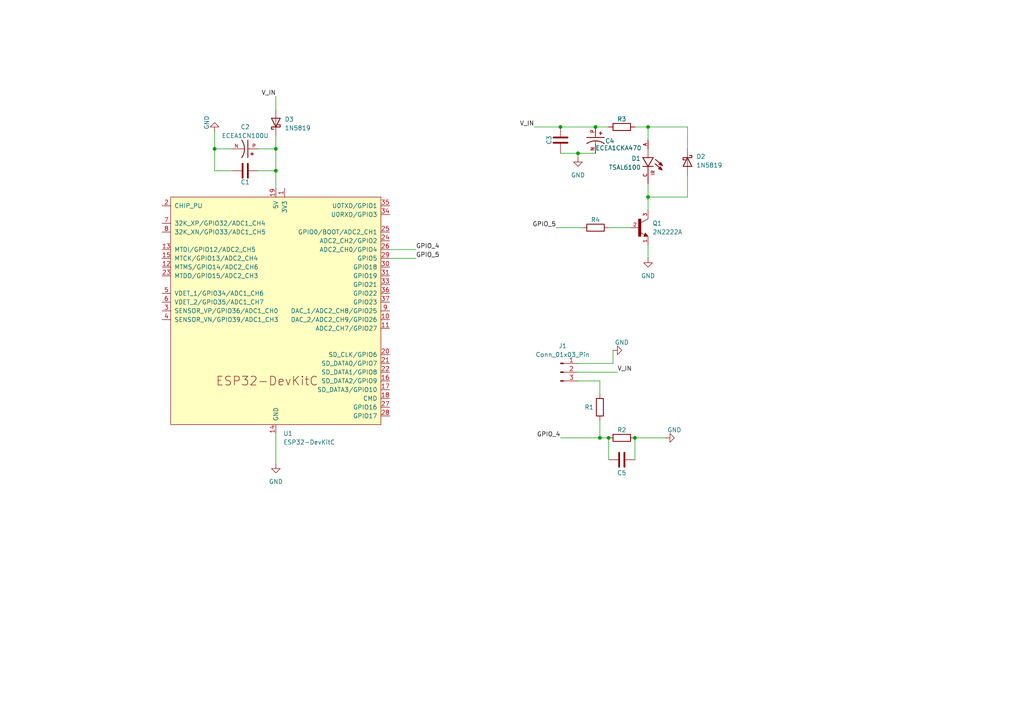
<source format=kicad_sch>
(kicad_sch (version 20250114) (generator "eeschema") (generator_version "9.0")
  (paper "A4")
  (title_block (title "SmartAC_ESP32_Controller") (date "2025-10-20") (rev "v1") (company "cocot3ro"))
  (lib_symbols
    (symbol "2N2222A:2N2222A" (pin_names (offset 1.016))
      (property "Reference" "Q" (at -10.16 7.62 0))
      (property "Value" "2N2222A" (at -10.16 -7.62 0))
      (symbol "2N2222A_0_0"
        (rectangle (start -0.254 -2.54) (end 0.508 2.54) (stroke (width 0.1)) (fill (type outline)))
        (polyline (pts (xy 1.27 -2.54) (xy 1.778 -1.524) (xy 2.54 -2.54) (xy 1.27 -2.54)) (stroke (width 0.1524)) (fill (type outline)))
        (polyline (pts (xy 1.54 -2.04) (xy 0.308 -1.424)) (stroke (width 0.1524)))
        (polyline (pts (xy 2.54 2.54) (xy 0.508 1.524)) (stroke (width 0.1524)))
        (pin passive line (at -2.54 0 0) (length 2.54) (name "~") (number "2"))
        (pin passive line (at 2.54 5.08 270) (length 2.54) (name "~") (number "3"))
        (pin passive line (at 2.54 -5.08 90) (length 2.54) (name "~") (number "1"))
      )
    )
    (symbol "Connector:Conn_01x03_Pin" (pin_names (offset 1.016) (hide yes))
      (property "Reference" "J" (at 0 5.08 0))
      (property "Value" "Conn_01x03_Pin" (at 0 -5.08 0))
      (symbol "Conn_01x03_Pin_1_1"
        (rectangle (start 0.8636 2.667) (end 0 2.413) (stroke (width 0.1524)) (fill (type outline)))
        (rectangle (start 0.8636 0.127) (end 0 -0.127) (stroke (width 0.1524)) (fill (type outline)))
        (rectangle (start 0.8636 -2.413) (end 0 -2.667) (stroke (width 0.1524)) (fill (type outline)))
        (polyline (pts (xy 1.27 2.54) (xy 0.8636 2.54)) (stroke (width 0.1524)))
        (polyline (pts (xy 1.27 0) (xy 0.8636 0)) (stroke (width 0.1524)))
        (polyline (pts (xy 1.27 -2.54) (xy 0.8636 -2.54)) (stroke (width 0.1524)))
        (pin passive line (at 5.08 2.54 180) (length 3.81) (name "Pin_1") (number "1"))
        (pin passive line (at 5.08 0 180) (length 3.81) (name "Pin_2") (number "2"))
        (pin passive line (at 5.08 -2.54 180) (length 3.81) (name "Pin_3") (number "3"))
      )
    )
    (symbol "Device:C" (pin_numbers (hide yes)) (pin_names (offset 0.254))
      (property "Reference" "C" (at 0.635 2.54 0))
      (property "Value" "C" (at 0.635 -2.54 0))
      (symbol "C_0_1"
        (polyline (pts (xy -2.032 0.762) (xy 2.032 0.762)) (stroke (width 0.508)))
        (polyline (pts (xy -2.032 -0.762) (xy 2.032 -0.762)) (stroke (width 0.508)))
      )
      (symbol "C_1_1"
        (pin passive line (at 0 3.81 270) (length 2.794) (name "~") (number "1"))
        (pin passive line (at 0 -3.81 90) (length 2.794) (name "~") (number "2"))
      )
    )
    (symbol "Device:R" (pin_numbers (hide yes)) (pin_names (offset 0))
      (property "Reference" "R" (at 2.032 0 90))
      (property "Value" "R" (at 0 0 90))
      (symbol "R_0_1"
        (rectangle (start -1.016 -2.54) (end 1.016 2.54) (stroke (width 0.254)))
      )
      (symbol "R_1_1"
        (pin passive line (at 0 3.81 270) (length 1.27) (name "~") (number "1"))
        (pin passive line (at 0 -3.81 90) (length 1.27) (name "~") (number "2"))
      )
    )
    (symbol "Diode:1N5819" (pin_numbers (hide yes)) (pin_names (offset 1.016) (hide yes))
      (property "Reference" "D" (at 0 2.54 0))
      (property "Value" "1N5819" (at 0 -2.54 0))
      (symbol "1N5819_0_1"
        (polyline (pts (xy -1.905 0.635) (xy -1.905 1.27) (xy -1.27 1.27) (xy -1.27 -1.27) (xy -0.635 -1.27) (xy -0.635 -0.635)) (stroke (width 0.254)))
        (polyline (pts (xy 1.27 1.27) (xy 1.27 -1.27) (xy -1.27 0) (xy 1.27 1.27)) (stroke (width 0.254)))
        (polyline (pts (xy 1.27 0) (xy -1.27 0)))
      )
      (symbol "1N5819_1_1"
        (pin passive line (at -3.81 0 0) (length 2.54) (name "K") (number "1"))
        (pin passive line (at 3.81 0 180) (length 2.54) (name "A") (number "2"))
      )
    )
    (symbol "ECEA1CKA470:ECEA1CKA470" (pin_names (offset 1.016))
      (property "Reference" "C" (at -2.54 3.81 0))
      (property "Value" "ECEA1CKA470" (at -2.54 -5.08 0))
      (symbol "ECEA1CKA470_0_0"
        (rectangle (start -1.173 -1.532) (end -0.284 -1.405) (stroke (width 0.1)) (fill (type outline)))
        (rectangle (start -0.792 -1.913) (end -0.665 -1.024) (stroke (width 0.1)) (fill (type outline)))
        (polyline (pts (xy 0 0) (xy 0.508 0)) (stroke (width 0.1524)))
        (polyline (pts (xy 0.508 2.54) (xy 0.508 0)) (stroke (width 0.254)))
        (polyline (pts (xy 0.508 0) (xy 0.508 -2.54)) (stroke (width 0.254)))
        (polyline (pts (xy 2.54 0) (xy 1.524 0)) (stroke (width 0.1524)))
        (arc (start 2.286 -2.54) (mid 1.4851 0) (end 2.286 2.54) (stroke (width 0.254)))
        (pin passive line (at -2.54 0 0) (length 2.54) (name "~") (number "P"))
        (pin passive line (at 5.08 0 180) (length 2.54) (name "~") (number "N"))
      )
    )
    (symbol "ECEA1CN100U:ECEA1CN100U" (pin_names (offset 1.016))
      (property "Reference" "C" (at -2.54 3.81 0))
      (property "Value" "ECEA1CN100U" (at -2.54 -5.08 0))
      (symbol "ECEA1CN100U_0_0"
        (rectangle (start -1.173 -1.532) (end -0.284 -1.405) (stroke (width 0.1)) (fill (type outline)))
        (rectangle (start -0.792 -1.913) (end -0.665 -1.024) (stroke (width 0.1)) (fill (type outline)))
        (polyline (pts (xy 0 0) (xy 0.508 0)) (stroke (width 0.1524)))
        (polyline (pts (xy 0.508 2.54) (xy 0.508 0)) (stroke (width 0.254)))
        (polyline (pts (xy 0.508 0) (xy 0.508 -2.54)) (stroke (width 0.254)))
        (polyline (pts (xy 2.54 0) (xy 1.524 0)) (stroke (width 0.1524)))
        (arc (start 2.286 -2.54) (mid 1.4851 0) (end 2.286 2.54) (stroke (width 0.254)))
        (pin passive line (at -2.54 0 0) (length 2.54) (name "~") (number "P"))
        (pin passive line (at 5.08 0 180) (length 2.54) (name "~") (number "N"))
      )
    )
    (symbol "PCM_Espressif:ESP32-DevKitC" (pin_names (offset 1.016))
      (property "Reference" "U" (at -30.48 38.1 0))
      (property "Value" "ESP32-DevKitC" (at -30.48 35.56 0))
      (symbol "ESP32-DevKitC_0_0"
        (text "ESP32-DevKitC" (at -2.54 -20.32 0) (effects (font (size 2.54 2.54))))
        (pin power_in line (at 0 35.56 270) (length 2.54) (name "5V") (number "19"))
        (pin power_in line (at 0 -35.56 90) (length 2.54) (name "GND") (number "14"))
      )
      (symbol "ESP32-DevKitC_0_1"
        (rectangle (start -30.48 33.02) (end 30.48 -33.02) (fill (type background)))
      )
      (symbol "ESP32-DevKitC_1_1"
        (pin input line (at -33.02 30.48 0) (length 2.54) (name "CHIP_PU") (number "2"))
        (pin bidirectional line (at -33.02 25.4 0) (length 2.54) (name "32K_XP/GPIO32/ADC1_CH4") (number "7"))
        (pin bidirectional line (at -33.02 22.86 0) (length 2.54) (name "32K_XN/GPIO33/ADC1_CH5") (number "8"))
        (pin bidirectional line (at -33.02 17.78 0) (length 2.54) (name "MTDI/GPIO12/ADC2_CH5") (number "13"))
        (pin bidirectional line (at -33.02 15.24 0) (length 2.54) (name "MTCK/GPIO13/ADC2_CH4") (number "15"))
        (pin bidirectional line (at -33.02 12.7 0) (length 2.54) (name "MTMS/GPIO14/ADC2_CH6") (number "12"))
        (pin bidirectional line (at -33.02 10.16 0) (length 2.54) (name "MTDO/GPIO15/ADC2_CH3") (number "23"))
        (pin input line (at -33.02 5.08 0) (length 2.54) (name "VDET_1/GPIO34/ADC1_CH6") (number "5"))
        (pin input line (at -33.02 2.54 0) (length 2.54) (name "VDET_2/GPIO35/ADC1_CH7") (number "6"))
        (pin input line (at -33.02 0 0) (length 2.54) (name "SENSOR_VP/GPIO36/ADC1_CH0") (number "3"))
        (pin input line (at -33.02 -2.54 0) (length 2.54) (name "SENSOR_VN/GPIO39/ADC1_CH3") (number "4"))
        (pin passive line (at 0 -35.56 90) (length 2.54) (hide yes) (name "GND") (number "32"))
        (pin passive line (at 0 -35.56 90) (length 2.54) (hide yes) (name "GND") (number "38"))
        (pin power_in line (at 2.54 35.56 270) (length 2.54) (name "3V3") (number "1"))
        (pin bidirectional line (at 33.02 30.48 180) (length 2.54) (name "U0TXD/GPIO1") (number "35"))
        (pin bidirectional line (at 33.02 27.94 180) (length 2.54) (name "U0RXD/GPIO3") (number "34"))
        (pin bidirectional line (at 33.02 22.86 180) (length 2.54) (name "GPIO0/BOOT/ADC2_CH1") (number "25"))
        (pin bidirectional line (at 33.02 20.32 180) (length 2.54) (name "ADC2_CH2/GPIO2") (number "24"))
        (pin bidirectional line (at 33.02 17.78 180) (length 2.54) (name "ADC2_CH0/GPIO4") (number "26"))
        (pin bidirectional line (at 33.02 15.24 180) (length 2.54) (name "GPIO5") (number "29"))
        (pin bidirectional line (at 33.02 12.7 180) (length 2.54) (name "GPIO18") (number "30"))
        (pin bidirectional line (at 33.02 10.16 180) (length 2.54) (name "GPIO19") (number "31"))
        (pin bidirectional line (at 33.02 7.62 180) (length 2.54) (name "GPIO21") (number "33"))
        (pin bidirectional line (at 33.02 5.08 180) (length 2.54) (name "GPIO22") (number "36"))
        (pin bidirectional line (at 33.02 2.54 180) (length 2.54) (name "GPIO23") (number "37"))
        (pin bidirectional line (at 33.02 0 180) (length 2.54) (name "DAC_1/ADC2_CH8/GPIO25") (number "9"))
        (pin bidirectional line (at 33.02 -2.54 180) (length 2.54) (name "DAC_2/ADC2_CH9/GPIO26") (number "10"))
        (pin bidirectional line (at 33.02 -5.08 180) (length 2.54) (name "ADC2_CH7/GPIO27") (number "11"))
        (pin bidirectional line (at 33.02 -12.7 180) (length 2.54) (name "SD_CLK/GPIO6") (number "20"))
        (pin bidirectional line (at 33.02 -15.24 180) (length 2.54) (name "SD_DATA0/GPIO7") (number "21"))
        (pin bidirectional line (at 33.02 -17.78 180) (length 2.54) (name "SD_DATA1/GPIO8") (number "22"))
        (pin bidirectional line (at 33.02 -20.32 180) (length 2.54) (name "SD_DATA2/GPIO9") (number "16"))
        (pin bidirectional line (at 33.02 -22.86 180) (length 2.54) (name "SD_DATA3/GPIO10") (number "17"))
        (pin bidirectional line (at 33.02 -25.4 180) (length 2.54) (name "CMD") (number "18"))
        (pin bidirectional line (at 33.02 -27.94 180) (length 2.54) (name "GPIO16") (number "27"))
        (pin bidirectional line (at 33.02 -30.48 180) (length 2.54) (name "GPIO17") (number "28"))
      )
    )
    (symbol "TSAL6100:TSAL6100" (pin_names (offset 1.016))
      (property "Reference" "D" (at -3.556 4.826 0))
      (property "Value" "TSAL6100" (at -3.556 -3.302 0))
      (symbol "TSAL6100_0_0"
        (polyline (pts (xy -2.54 1.524) (xy -2.54 0)) (stroke (width 0.254)))
        (polyline (pts (xy -2.54 0) (xy -5.08 0)) (stroke (width 0.1524)))
        (polyline (pts (xy -2.54 0) (xy -2.54 -1.524)) (stroke (width 0.254)))
        (polyline (pts (xy -2.54 -1.524) (xy 0 0)) (stroke (width 0.254)))
        (polyline (pts (xy -1.1176 3.683) (xy -0.2286 4.1656)) (stroke (width 0.254)))
        (polyline (pts (xy -0.9398 3.6068) (xy -0.7112 3.7592)) (stroke (width 0.254)))
        (polyline (pts (xy -0.5588 3.2004) (xy -1.1176 3.683)) (stroke (width 0.254)))
        (polyline (pts (xy -0.5588 3.2004) (xy -0.5334 3.937)) (stroke (width 0.254)))
        (polyline (pts (xy -0.5334 3.937) (xy -0.6604 3.937)) (stroke (width 0.254)))
        (polyline (pts (xy -0.2286 4.1656) (xy -2.0066 2.1336)) (stroke (width 0.254)))
        (polyline (pts (xy -0.2286 4.1656) (xy -0.5588 3.2004)) (stroke (width 0.254)))
        (polyline (pts (xy 0 1.524) (xy 0 -1.524)) (stroke (width 0.254)))
        (polyline (pts (xy 0 0) (xy -2.54 1.524)) (stroke (width 0.254)))
        (polyline (pts (xy 0.127 3.5814) (xy 1.016 4.064)) (stroke (width 0.254)))
        (polyline (pts (xy 0.3048 3.5052) (xy 0.5334 3.6576)) (stroke (width 0.254)))
        (polyline (pts (xy 0.6858 3.0988) (xy 0.127 3.5814)) (stroke (width 0.254)))
        (polyline (pts (xy 0.6858 3.0988) (xy 0.7112 3.8354)) (stroke (width 0.254)))
        (polyline (pts (xy 0.7112 3.8354) (xy 0.5842 3.8354)) (stroke (width 0.254)))
        (polyline (pts (xy 1.016 4.064) (xy -0.762 2.032)) (stroke (width 0.254)))
        (polyline (pts (xy 1.016 4.064) (xy 0.6858 3.0988)) (stroke (width 0.254)))
        (text "IR" (at 1.016 2.032 0) (effects (font (size 1.016 1.016)) (justify left bottom)))
        (pin passive line (at -7.62 0 0) (length 2.54) (name "~") (number "A"))
        (pin passive line (at 5.08 0 180) (length 5.08) (name "~") (number "C"))
      )
    )
    (symbol "power:GND" (power) (pin_numbers (hide yes)) (pin_names (offset 0) (hide yes))
      (property "Value" "GND" (at 0 -3.81 0))
      (symbol "GND_0_1"
        (polyline (pts (xy 0 0) (xy 0 -1.27) (xy 1.27 -1.27) (xy 0 -2.54) (xy -1.27 -1.27) (xy 0 -1.27)))
      )
      (symbol "GND_1_1"
        (pin power_in line (at 0 0 270) (length 0) (name "~") (number "1"))
      )
    )
  )
  (junction (at 167.64 44.45))
  (junction (at 62.23 43.18))
  (junction (at 172.72 36.83))
  (junction (at 176.53 127))
  (junction (at 162.56 36.83))
  (junction (at 80.01 43.18))
  (junction (at 80.01 49.53))
  (junction (at 173.99 127))
  (junction (at 187.96 57.15))
  (junction (at 184.15 127))
  (junction (at 187.96 36.83))
  (wire (pts (xy 80.01 27.94) (xy 80.01 31.75)))
  (wire (pts (xy 167.64 44.45) (xy 172.72 44.45)))
  (wire (pts (xy 199.39 43.18) (xy 199.39 36.83)))
  (wire (pts (xy 120.65 72.39) (xy 113.03 72.39)))
  (wire (pts (xy 62.23 49.53) (xy 67.31 49.53)))
  (wire (pts (xy 162.56 36.83) (xy 172.72 36.83)))
  (wire (pts (xy 80.01 134.62) (xy 80.01 125.73)))
  (wire (pts (xy 62.23 43.18) (xy 67.31 43.18)))
  (wire (pts (xy 173.99 110.49) (xy 167.64 110.49)))
  (wire (pts (xy 80.01 43.18) (xy 80.01 49.53)))
  (wire (pts (xy 173.99 121.92) (xy 173.99 127)))
  (wire (pts (xy 173.99 114.3) (xy 173.99 110.49)))
  (wire (pts (xy 184.15 36.83) (xy 187.96 36.83)))
  (wire (pts (xy 167.64 45.72) (xy 167.64 44.45)))
  (wire (pts (xy 187.96 57.15) (xy 199.39 57.15)))
  (wire (pts (xy 120.65 74.93) (xy 113.03 74.93)))
  (wire (pts (xy 173.99 127) (xy 176.53 127)))
  (wire (pts (xy 62.23 43.18) (xy 62.23 49.53)))
  (wire (pts (xy 80.01 39.37) (xy 80.01 43.18)))
  (wire (pts (xy 154.94 36.83) (xy 162.56 36.83)))
  (wire (pts (xy 80.01 49.53) (xy 80.01 54.61)))
  (wire (pts (xy 177.8 101.6) (xy 177.8 105.41)))
  (wire (pts (xy 162.56 127) (xy 173.99 127)))
  (wire (pts (xy 199.39 57.15) (xy 199.39 50.8)))
  (wire (pts (xy 176.53 66.04) (xy 182.88 66.04)))
  (wire (pts (xy 167.64 107.95) (xy 179.07 107.95)))
  (wire (pts (xy 167.64 105.41) (xy 177.8 105.41)))
  (wire (pts (xy 187.96 71.12) (xy 187.96 74.93)))
  (wire (pts (xy 187.96 36.83) (xy 187.96 40.64)))
  (wire (pts (xy 193.04 127) (xy 184.15 127)))
  (wire (pts (xy 62.23 38.1) (xy 62.23 43.18)))
  (wire (pts (xy 187.96 53.34) (xy 187.96 57.15)))
  (wire (pts (xy 74.93 43.18) (xy 80.01 43.18)))
  (wire (pts (xy 172.72 36.83) (xy 176.53 36.83)))
  (wire (pts (xy 161.29 66.04) (xy 168.91 66.04)))
  (wire (pts (xy 162.56 44.45) (xy 167.64 44.45)))
  (wire (pts (xy 184.15 133.35) (xy 184.15 127)))
  (wire (pts (xy 187.96 36.83) (xy 199.39 36.83)))
  (wire (pts (xy 176.53 133.35) (xy 176.53 127)))
  (wire (pts (xy 187.96 57.15) (xy 187.96 60.96)))
  (wire (pts (xy 74.93 49.53) (xy 80.01 49.53)))
  (label "GPIO_4" (at 162.56 127 180))
  (label "GPIO_5" (at 161.29 66.04 180))
  (label "V_IN" (at 80.01 27.94 180))
  (label "GPIO_4" (at 120.65 72.39 0))
  (label "V_IN" (at 154.94 36.83 180))
  (label "GPIO_5" (at 120.65 74.93 0))
  (label "V_IN" (at 179.07 107.95 0))
  (symbol (lib_id "PCM_Espressif:ESP32-DevKitC") (at 80.01 90.17 0) (unit 1)
    (property "Reference" "U1" (at 82.1533 125.73 0) (effects (justify left)))
    (property "Value" "ESP32-DevKitC" (at 82.1533 128.27 0) (effects (justify left)))
    (property "Footprint" "PCM_Espressif:ESP32-DevKitC" (effects (hide yes)))
    (property "Datasheet" "https://docs.espressif.com/projects/esp-idf/zh_CN/latest/esp32/hw-reference/esp32/get-started-devkitc.html" (effects (hide yes)))
    (property "Description" "Development Kit" (effects (hide yes)))
  )
  (symbol (lib_id "power:GND") (at 80.01 134.62 0) (unit 1)
    (property "Reference" "#PWR01" (effects (hide yes)))
    (property "Value" "GND" (at 80.01 139.7 0))
    (property "Description" "Power symbol creates a global label with name \"GND\" , ground" (effects (hide yes)))
  )
  (symbol (lib_id "Device:C") (at 162.56 40.64 180) (unit 1)
    (property "Reference" "C3" (at 159.258 40.64 90))
    (property "Value" "C" (effects (hide yes)))
    (property "Footprint" "Capacitor_THT:C_Disc_D4.7mm_W2.5mm_P5.00mm" (effects (hide yes)))
    (property "Description" "Unpolarized capacitor" (effects (hide yes)))
  )
  (symbol (lib_id "ECEA1CKA470:ECEA1CKA470") (at 172.72 39.37 90) (mirror x) (unit 1)
    (property "Reference" "C4" (at 175.514 40.894 90) (effects (justify right)))
    (property "Value" "ECEA1CKA470" (at 172.72 42.926 90) (effects (justify right)))
    (property "Footprint" "ECEA1CKA470:CAPPRD200W45D500H700" (effects (hide yes)))
    (property "MF" "Panasonic" (effects (hide yes)))
    (property "b_max" "0.5" (effects (hide yes)))
    (property "DESCRIPTION" "KA-A" (effects (hide yes)))
    (property "Package" "RADIAL-2 Panasonic" (effects (hide yes)))
    (property "b_nom" "0.45" (effects (hide yes)))
    (property "Price" "None" (effects (hide yes)))
    (property "Check_prices" "https://www.snapeda.com/parts/ECEA1CKA470/Panasonic/view-part/?ref=eda" (effects (hide yes)))
    (property "SnapEDA_Link" "https://www.snapeda.com/parts/ECEA1CKA470/Panasonic/view-part/?ref=snap" (effects (hide yes)))
    (property "PARTREV" "28-FEB-20" (effects (hide yes)))
    (property "A_max" "7" (effects (hide yes)))
    (property "MP" "ECEA1CKA470" (effects (hide yes)))
    (property "D_nom" "5" (effects (hide yes)))
    (property "e_nom" "2" (effects (hide yes)))
    (property "Availability" "In Stock" (effects (hide yes)))
    (property "Description_1" "Capacitor, Al Lytic Cap, Radial KA Series, 85C, 16VDC, 47uF, 5x7, LS 2mm Bulk ST" (effects (hide yes)))
  )
  (symbol (lib_id "Device:R") (at 173.99 118.11 0) (mirror y) (unit 1)
    (property "Reference" "R1" (at 172.212 118.11 0) (effects (justify left)))
    (property "Value" "R" (effects (hide yes)))
    (property "Footprint" "Resistor_THT:R_Axial_DIN0207_L6.3mm_D2.5mm_P10.16mm_Horizontal" (effects (hide yes)))
    (property "Description" "Resistor" (effects (hide yes)))
  )
  (symbol (lib_id "Device:C") (at 180.34 133.35 270) (unit 1)
    (property "Reference" "C5" (at 180.34 137.16 90))
    (property "Value" "C" (effects (hide yes)))
    (property "Footprint" "FG28C0G1H102JNT06:CAPRB500W50L400T250H550" (effects (hide yes)))
    (property "Description" "Unpolarized capacitor" (effects (hide yes)))
  )
  (symbol (lib_id "Device:R") (at 172.72 66.04 90) (unit 1)
    (property "Reference" "R4" (at 172.72 63.754 90))
    (property "Value" "R" (effects (hide yes)))
    (property "Footprint" "Resistor_THT:R_Axial_DIN0207_L6.3mm_D2.5mm_P10.16mm_Horizontal" (effects (hide yes)))
    (property "Description" "Resistor" (effects (hide yes)))
  )
  (symbol (lib_id "Device:R") (at 180.34 36.83 90) (unit 1)
    (property "Reference" "R3" (at 180.34 34.544 90))
    (property "Value" "R" (effects (hide yes)))
    (property "Footprint" "Resistor_THT:R_Axial_DIN0207_L6.3mm_D2.5mm_P10.16mm_Horizontal" (effects (hide yes)))
    (property "Description" "Resistor" (effects (hide yes)))
  )
  (symbol (lib_id "power:GND") (at 62.23 38.1 0) (mirror x) (unit 1)
    (property "Reference" "#PWR06" (effects (hide yes)))
    (property "Value" "GND" (at 59.944 37.592 90) (effects (justify right)))
    (property "Description" "Power symbol creates a global label with name \"GND\" , ground" (effects (hide yes)))
  )
  (symbol (lib_id "Device:C") (at 71.12 49.53 90) (unit 1)
    (property "Reference" "C1" (at 71.12 52.832 90))
    (property "Value" "C" (effects (hide yes)))
    (property "Footprint" "Capacitor_THT:C_Disc_D4.7mm_W2.5mm_P5.00mm" (effects (hide yes)))
    (property "Description" "Unpolarized capacitor" (effects (hide yes)))
  )
  (symbol (lib_id "power:GND") (at 187.96 74.93 0) (unit 1)
    (property "Reference" "#PWR04" (effects (hide yes)))
    (property "Value" "GND" (at 187.96 80.01 0))
    (property "Description" "Power symbol creates a global label with name \"GND\" , ground" (effects (hide yes)))
  )
  (symbol (lib_id "ECEA1CN100U:ECEA1CN100U") (at 72.39 43.18 0) (mirror y) (unit 1)
    (property "Reference" "C2" (at 71.12 36.83 0))
    (property "Value" "ECEA1CN100U" (at 71.12 39.37 0))
    (property "Footprint" "ECEA1CN100U:CAPPRD200W50D500H1100" (effects (hide yes)))
    (property "MF" "Panasonic" (effects (hide yes)))
    (property "b_max" "0.55" (effects (hide yes)))
    (property "DESCRIPTION" "SU-A (BI-POLAR)" (effects (hide yes)))
    (property "Package" "RADIAL-2 Panasonic" (effects (hide yes)))
    (property "b_nom" "0.5" (effects (hide yes)))
    (property "Price" "None" (effects (hide yes)))
    (property "Check_prices" "https://www.snapeda.com/parts/ECEA1CN100U/Panasonic/view-part/?ref=eda" (effects (hide yes)))
    (property "SnapEDA_Link" "https://www.snapeda.com/parts/ECEA1CN100U/Panasonic/view-part/?ref=snap" (effects (hide yes)))
    (property "PARTREV" "28-FEB-20" (effects (hide yes)))
    (property "A_max" "11" (effects (hide yes)))
    (property "MP" "ECEA1CN100U" (effects (hide yes)))
    (property "D_nom" "5" (effects (hide yes)))
    (property "e_nom" "2" (effects (hide yes)))
    (property "Availability" "In Stock" (effects (hide yes)))
    (property "Description_1" "10F 16V Aluminum Electrolytic Capacitors Radial, Can 2000 Hrs @ 85C" (effects (hide yes)))
  )
  (symbol (lib_id "Diode:1N5819") (at 80.01 35.56 90) (unit 1)
    (property "Reference" "D3" (at 82.55 34.6074 90) (effects (justify right)))
    (property "Value" "1N5819" (at 82.55 37.1474 90) (effects (justify right)))
    (property "Footprint" "Diode_THT:D_DO-41_SOD81_P10.16mm_Horizontal" (effects (hide yes)))
    (property "Datasheet" "http://www.vishay.com/docs/88525/1n5817.pdf" (effects (hide yes)))
    (property "Description" "40V 1A Schottky Barrier Rectifier Diode, DO-41" (effects (hide yes)))
  )
  (symbol (lib_id "2N2222A:2N2222A") (at 185.42 66.04 0) (unit 1)
    (property "Reference" "Q1" (at 189.23 64.7699 0) (effects (justify left)))
    (property "Value" "2N2222A" (at 189.23 67.3099 0) (effects (justify left)))
    (property "Footprint" "2N2222A:TO92254P470H750-3" (effects (hide yes)))
    (property "MF" "Diotec Semiconductor" (effects (hide yes)))
    (property "SNAPEDA_PACKAGE_ID" "121774" (effects (hide yes)))
    (property "Package" "TO-92 Diotec" (effects (hide yes)))
    (property "Price" "None" (effects (hide yes)))
    (property "Check_prices" "https://www.snapeda.com/parts/2N2222A/Diotec/view-part/?ref=eda" (effects (hide yes)))
    (property "STANDARD" "IPC 7351B" (effects (hide yes)))
    (property "PARTREV" "N/A" (effects (hide yes)))
    (property "SnapEDA_Link" "https://www.snapeda.com/parts/2N2222A/Diotec/view-part/?ref=snap" (effects (hide yes)))
    (property "MP" "2N2222A" (effects (hide yes)))
    (property "Description_1" "BJT, TO-92, 40V, 600mA, NPN, 0.625W, 150°C" (effects (hide yes)))
    (property "MANUFACTURER" "Diotec Semiconductor" (effects (hide yes)))
    (property "Availability" "In Stock" (effects (hide yes)))
    (property "MAXIMUM_PACKAGE_HEIGHT" "7.5 mm" (effects (hide yes)))
  )
  (symbol (lib_id "Connector:Conn_01x03_Pin") (at 162.56 107.95 0) (unit 1)
    (property "Reference" "J1" (at 163.195 100.33 0))
    (property "Value" "Conn_01x03_Pin" (at 163.195 102.87 0))
    (property "Footprint" "Connector_JST:JST_PH_B3B-PH-K_1x03_P2.00mm_Vertical" (effects (hide yes)))
    (property "Description" "Generic connector, single row, 01x03, script generated" (effects (hide yes)))
  )
  (symbol (lib_id "Diode:1N5819") (at 199.39 46.99 270) (unit 1)
    (property "Reference" "D2" (at 201.93 45.4024 90) (effects (justify left)))
    (property "Value" "1N5819" (at 201.93 47.9424 90) (effects (justify left)))
    (property "Footprint" "Diode_THT:D_DO-41_SOD81_P10.16mm_Horizontal" (effects (hide yes)))
    (property "Datasheet" "http://www.vishay.com/docs/88525/1n5817.pdf" (effects (hide yes)))
    (property "Description" "40V 1A Schottky Barrier Rectifier Diode, DO-41" (effects (hide yes)))
  )
  (symbol (lib_id "Device:R") (at 180.34 127 90) (mirror x) (unit 1)
    (property "Reference" "R2" (at 180.34 124.714 90))
    (property "Value" "R" (effects (hide yes)))
    (property "Footprint" "Resistor_THT:R_Axial_DIN0207_L6.3mm_D2.5mm_P10.16mm_Horizontal" (effects (hide yes)))
    (property "Description" "Resistor" (effects (hide yes)))
  )
  (symbol (lib_id "power:GND") (at 193.04 127 90) (mirror x) (unit 1)
    (property "Reference" "#PWR03" (effects (hide yes)))
    (property "Value" "GND" (at 193.548 124.714 90) (effects (justify right)))
    (property "Description" "Power symbol creates a global label with name \"GND\" , ground" (effects (hide yes)))
  )
  (symbol (lib_id "power:GND") (at 167.64 45.72 0) (unit 1)
    (property "Reference" "#PWR05" (effects (hide yes)))
    (property "Value" "GND" (at 167.64 50.8 0))
    (property "Description" "Power symbol creates a global label with name \"GND\" , ground" (effects (hide yes)))
  )
  (symbol (lib_id "power:GND") (at 177.8 101.6 90) (mirror x) (unit 1)
    (property "Reference" "#PWR02" (effects (hide yes)))
    (property "Value" "GND" (at 178.308 99.314 90) (effects (justify right)))
    (property "Description" "Power symbol creates a global label with name \"GND\" , ground" (effects (hide yes)))
  )
  (symbol (lib_id "TSAL6100:TSAL6100") (at 187.96 48.26 270) (unit 1)
    (property "Reference" "D1" (at 183.134 45.974 90) (effects (justify left)))
    (property "Value" "TSAL6100" (at 176.53 48.5526 90) (effects (justify left)))
    (property "Footprint" "TSAL6100:LEDRD254W55D595H900" (effects (hide yes)))
    (property "MF" "Vishay Semiconductor" (effects (hide yes)))
    (property "MAXIMUM_PACKAGE_HEIGHT" "9mm" (effects (hide yes)))
    (property "Package" "None" (effects (hide yes)))
    (property "Price" "None" (effects (hide yes)))
    (property "Check_prices" "https://www.snapeda.com/parts/TSAL6100/Vishay/view-part/?ref=eda" (effects (hide yes)))
    (property "STANDARD" "IPC-7351B" (effects (hide yes)))
    (property "PARTREV" "1.8" (effects (hide yes)))
    (property "SnapEDA_Link" "https://www.snapeda.com/parts/TSAL6100/Vishay/view-part/?ref=snap" (effects (hide yes)))
    (property "MP" "TSAL6100" (effects (hide yes)))
    (property "Description_1" "Infrared (IR) Emitter 940nm 1.35V 100mA 80mW/sr @ 100mA 20° Radial, 5mm Dia (T 1 3/4)" (effects (hide yes)))
    (property "Availability" "In Stock" (effects (hide yes)))
    (property "MANUFACTURER" "Vishay" (effects (hide yes)))
  )
)
</source>
